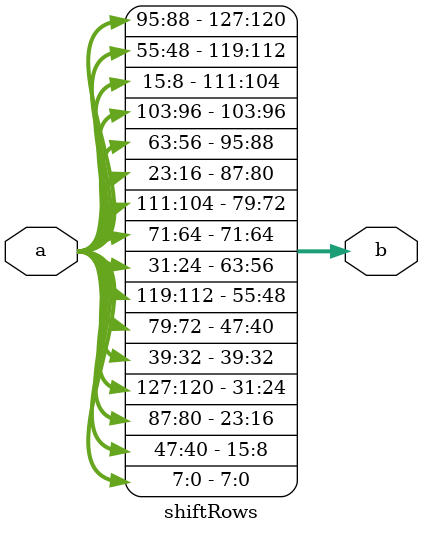
<source format=v>
`default_nettype none



module shiftRows (
    
    input  wire [127:0] a,
    output wire [127:0] b

);

    genvar r, c;        // row, column
    generate

        for (c = 0; c < 4; c = c + 1) begin         : row_counter
            for (r = 0; r < 4; r = r + 1) begin     : col_counter

                // 32*c gives the least bit of a column c
                // Adding on 8*r gives the least bit of the r'th row on the column 
                localparam OUTPUT_INDEX = (32*c) + (8*r);

                // 32*( (c + r)%4 ) finds the least bit index for the cyclic-shifted input's column
                // Adding on 8*r again moves down the col., giving least bit of the r'th row on the column 
                localparam TRANSFORMED_INPUT_INDEX = 32*( (c + r)%4 ) + (8*r);

                // assign b with shiftRows(a)
                assign b[OUTPUT_INDEX +: 8] = a[TRANSFORMED_INPUT_INDEX +: 8];

            end
        end
        
    endgenerate

    

endmodule
</source>
